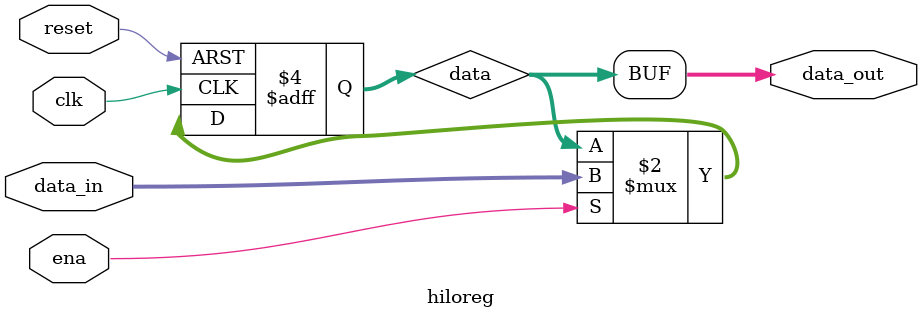
<source format=v>
`timescale 1ns / 1ps

module hiloreg(
   input clk,
   input reset,
   input ena,
   input  [31:0]data_in,
   output [31:0]data_out
        );
   reg [31:0]data;       
   always @(negedge clk or posedge reset)
       if(reset)
         data <= 32'h00400000;
       else if(ena)
         data <= data_in;
       else;
   assign data_out=data;
endmodule

</source>
